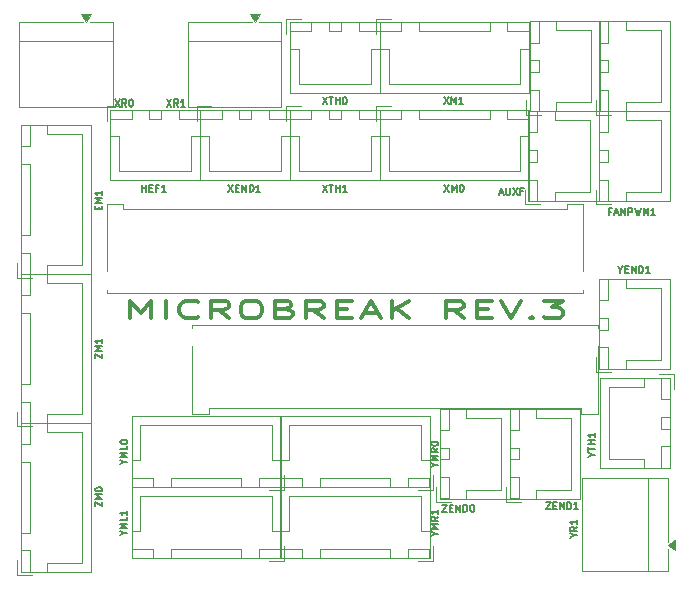
<source format=gbr>
%TF.GenerationSoftware,KiCad,Pcbnew,9.0.1*%
%TF.CreationDate,2025-08-04T14:01:18+08:00*%
%TF.ProjectId,breakout,62726561-6b6f-4757-942e-6b696361645f,rev?*%
%TF.SameCoordinates,Original*%
%TF.FileFunction,Legend,Top*%
%TF.FilePolarity,Positive*%
%FSLAX46Y46*%
G04 Gerber Fmt 4.6, Leading zero omitted, Abs format (unit mm)*
G04 Created by KiCad (PCBNEW 9.0.1) date 2025-08-04 14:01:18*
%MOMM*%
%LPD*%
G01*
G04 APERTURE LIST*
%ADD10C,0.300000*%
%ADD11C,0.150000*%
%ADD12C,0.120000*%
G04 APERTURE END LIST*
D10*
X152322368Y-103200828D02*
X152322368Y-101700828D01*
X152322368Y-101700828D02*
X153197368Y-102772257D01*
X153197368Y-102772257D02*
X154072368Y-101700828D01*
X154072368Y-101700828D02*
X154072368Y-103200828D01*
X155322368Y-103200828D02*
X155322368Y-101700828D01*
X158072368Y-103057971D02*
X157947368Y-103129400D01*
X157947368Y-103129400D02*
X157572368Y-103200828D01*
X157572368Y-103200828D02*
X157322368Y-103200828D01*
X157322368Y-103200828D02*
X156947368Y-103129400D01*
X156947368Y-103129400D02*
X156697368Y-102986542D01*
X156697368Y-102986542D02*
X156572368Y-102843685D01*
X156572368Y-102843685D02*
X156447368Y-102557971D01*
X156447368Y-102557971D02*
X156447368Y-102343685D01*
X156447368Y-102343685D02*
X156572368Y-102057971D01*
X156572368Y-102057971D02*
X156697368Y-101915114D01*
X156697368Y-101915114D02*
X156947368Y-101772257D01*
X156947368Y-101772257D02*
X157322368Y-101700828D01*
X157322368Y-101700828D02*
X157572368Y-101700828D01*
X157572368Y-101700828D02*
X157947368Y-101772257D01*
X157947368Y-101772257D02*
X158072368Y-101843685D01*
X160697368Y-103200828D02*
X159822368Y-102486542D01*
X159197368Y-103200828D02*
X159197368Y-101700828D01*
X159197368Y-101700828D02*
X160197368Y-101700828D01*
X160197368Y-101700828D02*
X160447368Y-101772257D01*
X160447368Y-101772257D02*
X160572368Y-101843685D01*
X160572368Y-101843685D02*
X160697368Y-101986542D01*
X160697368Y-101986542D02*
X160697368Y-102200828D01*
X160697368Y-102200828D02*
X160572368Y-102343685D01*
X160572368Y-102343685D02*
X160447368Y-102415114D01*
X160447368Y-102415114D02*
X160197368Y-102486542D01*
X160197368Y-102486542D02*
X159197368Y-102486542D01*
X162322368Y-101700828D02*
X162822368Y-101700828D01*
X162822368Y-101700828D02*
X163072368Y-101772257D01*
X163072368Y-101772257D02*
X163322368Y-101915114D01*
X163322368Y-101915114D02*
X163447368Y-102200828D01*
X163447368Y-102200828D02*
X163447368Y-102700828D01*
X163447368Y-102700828D02*
X163322368Y-102986542D01*
X163322368Y-102986542D02*
X163072368Y-103129400D01*
X163072368Y-103129400D02*
X162822368Y-103200828D01*
X162822368Y-103200828D02*
X162322368Y-103200828D01*
X162322368Y-103200828D02*
X162072368Y-103129400D01*
X162072368Y-103129400D02*
X161822368Y-102986542D01*
X161822368Y-102986542D02*
X161697368Y-102700828D01*
X161697368Y-102700828D02*
X161697368Y-102200828D01*
X161697368Y-102200828D02*
X161822368Y-101915114D01*
X161822368Y-101915114D02*
X162072368Y-101772257D01*
X162072368Y-101772257D02*
X162322368Y-101700828D01*
X165447368Y-102415114D02*
X165822368Y-102486542D01*
X165822368Y-102486542D02*
X165947368Y-102557971D01*
X165947368Y-102557971D02*
X166072368Y-102700828D01*
X166072368Y-102700828D02*
X166072368Y-102915114D01*
X166072368Y-102915114D02*
X165947368Y-103057971D01*
X165947368Y-103057971D02*
X165822368Y-103129400D01*
X165822368Y-103129400D02*
X165572368Y-103200828D01*
X165572368Y-103200828D02*
X164572368Y-103200828D01*
X164572368Y-103200828D02*
X164572368Y-101700828D01*
X164572368Y-101700828D02*
X165447368Y-101700828D01*
X165447368Y-101700828D02*
X165697368Y-101772257D01*
X165697368Y-101772257D02*
X165822368Y-101843685D01*
X165822368Y-101843685D02*
X165947368Y-101986542D01*
X165947368Y-101986542D02*
X165947368Y-102129400D01*
X165947368Y-102129400D02*
X165822368Y-102272257D01*
X165822368Y-102272257D02*
X165697368Y-102343685D01*
X165697368Y-102343685D02*
X165447368Y-102415114D01*
X165447368Y-102415114D02*
X164572368Y-102415114D01*
X168697368Y-103200828D02*
X167822368Y-102486542D01*
X167197368Y-103200828D02*
X167197368Y-101700828D01*
X167197368Y-101700828D02*
X168197368Y-101700828D01*
X168197368Y-101700828D02*
X168447368Y-101772257D01*
X168447368Y-101772257D02*
X168572368Y-101843685D01*
X168572368Y-101843685D02*
X168697368Y-101986542D01*
X168697368Y-101986542D02*
X168697368Y-102200828D01*
X168697368Y-102200828D02*
X168572368Y-102343685D01*
X168572368Y-102343685D02*
X168447368Y-102415114D01*
X168447368Y-102415114D02*
X168197368Y-102486542D01*
X168197368Y-102486542D02*
X167197368Y-102486542D01*
X169822368Y-102415114D02*
X170697368Y-102415114D01*
X171072368Y-103200828D02*
X169822368Y-103200828D01*
X169822368Y-103200828D02*
X169822368Y-101700828D01*
X169822368Y-101700828D02*
X171072368Y-101700828D01*
X172072368Y-102772257D02*
X173322368Y-102772257D01*
X171822368Y-103200828D02*
X172697368Y-101700828D01*
X172697368Y-101700828D02*
X173572368Y-103200828D01*
X174447368Y-103200828D02*
X174447368Y-101700828D01*
X175947368Y-103200828D02*
X174822368Y-102343685D01*
X175947368Y-101700828D02*
X174447368Y-102557971D01*
X180572368Y-103200828D02*
X179697368Y-102486542D01*
X179072368Y-103200828D02*
X179072368Y-101700828D01*
X179072368Y-101700828D02*
X180072368Y-101700828D01*
X180072368Y-101700828D02*
X180322368Y-101772257D01*
X180322368Y-101772257D02*
X180447368Y-101843685D01*
X180447368Y-101843685D02*
X180572368Y-101986542D01*
X180572368Y-101986542D02*
X180572368Y-102200828D01*
X180572368Y-102200828D02*
X180447368Y-102343685D01*
X180447368Y-102343685D02*
X180322368Y-102415114D01*
X180322368Y-102415114D02*
X180072368Y-102486542D01*
X180072368Y-102486542D02*
X179072368Y-102486542D01*
X181697368Y-102415114D02*
X182572368Y-102415114D01*
X182947368Y-103200828D02*
X181697368Y-103200828D01*
X181697368Y-103200828D02*
X181697368Y-101700828D01*
X181697368Y-101700828D02*
X182947368Y-101700828D01*
X183697368Y-101700828D02*
X184572368Y-103200828D01*
X184572368Y-103200828D02*
X185447368Y-101700828D01*
X186322368Y-103057971D02*
X186447368Y-103129400D01*
X186447368Y-103129400D02*
X186322368Y-103200828D01*
X186322368Y-103200828D02*
X186197368Y-103129400D01*
X186197368Y-103129400D02*
X186322368Y-103057971D01*
X186322368Y-103057971D02*
X186322368Y-103200828D01*
X187322368Y-101700828D02*
X188947368Y-101700828D01*
X188947368Y-101700828D02*
X188072368Y-102272257D01*
X188072368Y-102272257D02*
X188447368Y-102272257D01*
X188447368Y-102272257D02*
X188697368Y-102343685D01*
X188697368Y-102343685D02*
X188822368Y-102415114D01*
X188822368Y-102415114D02*
X188947368Y-102557971D01*
X188947368Y-102557971D02*
X188947368Y-102915114D01*
X188947368Y-102915114D02*
X188822368Y-103057971D01*
X188822368Y-103057971D02*
X188697368Y-103129400D01*
X188697368Y-103129400D02*
X188447368Y-103200828D01*
X188447368Y-103200828D02*
X187697368Y-103200828D01*
X187697368Y-103200828D02*
X187447368Y-103129400D01*
X187447368Y-103129400D02*
X187322368Y-103057971D01*
D11*
X151014285Y-84669771D02*
X151414285Y-85269771D01*
X151414285Y-84669771D02*
X151014285Y-85269771D01*
X151985714Y-85269771D02*
X151785714Y-84984057D01*
X151642857Y-85269771D02*
X151642857Y-84669771D01*
X151642857Y-84669771D02*
X151871428Y-84669771D01*
X151871428Y-84669771D02*
X151928571Y-84698342D01*
X151928571Y-84698342D02*
X151957142Y-84726914D01*
X151957142Y-84726914D02*
X151985714Y-84784057D01*
X151985714Y-84784057D02*
X151985714Y-84869771D01*
X151985714Y-84869771D02*
X151957142Y-84926914D01*
X151957142Y-84926914D02*
X151928571Y-84955485D01*
X151928571Y-84955485D02*
X151871428Y-84984057D01*
X151871428Y-84984057D02*
X151642857Y-84984057D01*
X152357142Y-84669771D02*
X152414285Y-84669771D01*
X152414285Y-84669771D02*
X152471428Y-84698342D01*
X152471428Y-84698342D02*
X152500000Y-84726914D01*
X152500000Y-84726914D02*
X152528571Y-84784057D01*
X152528571Y-84784057D02*
X152557142Y-84898342D01*
X152557142Y-84898342D02*
X152557142Y-85041200D01*
X152557142Y-85041200D02*
X152528571Y-85155485D01*
X152528571Y-85155485D02*
X152500000Y-85212628D01*
X152500000Y-85212628D02*
X152471428Y-85241200D01*
X152471428Y-85241200D02*
X152414285Y-85269771D01*
X152414285Y-85269771D02*
X152357142Y-85269771D01*
X152357142Y-85269771D02*
X152300000Y-85241200D01*
X152300000Y-85241200D02*
X152271428Y-85212628D01*
X152271428Y-85212628D02*
X152242857Y-85155485D01*
X152242857Y-85155485D02*
X152214285Y-85041200D01*
X152214285Y-85041200D02*
X152214285Y-84898342D01*
X152214285Y-84898342D02*
X152242857Y-84784057D01*
X152242857Y-84784057D02*
X152271428Y-84726914D01*
X152271428Y-84726914D02*
X152300000Y-84698342D01*
X152300000Y-84698342D02*
X152357142Y-84669771D01*
X178084057Y-115628571D02*
X178369771Y-115628571D01*
X177769771Y-115828571D02*
X178084057Y-115628571D01*
X178084057Y-115628571D02*
X177769771Y-115428571D01*
X178369771Y-115228570D02*
X177769771Y-115228570D01*
X177769771Y-115228570D02*
X178198342Y-115028570D01*
X178198342Y-115028570D02*
X177769771Y-114828570D01*
X177769771Y-114828570D02*
X178369771Y-114828570D01*
X178369771Y-114199999D02*
X178084057Y-114399999D01*
X178369771Y-114542856D02*
X177769771Y-114542856D01*
X177769771Y-114542856D02*
X177769771Y-114314285D01*
X177769771Y-114314285D02*
X177798342Y-114257142D01*
X177798342Y-114257142D02*
X177826914Y-114228571D01*
X177826914Y-114228571D02*
X177884057Y-114199999D01*
X177884057Y-114199999D02*
X177969771Y-114199999D01*
X177969771Y-114199999D02*
X178026914Y-114228571D01*
X178026914Y-114228571D02*
X178055485Y-114257142D01*
X178055485Y-114257142D02*
X178084057Y-114314285D01*
X178084057Y-114314285D02*
X178084057Y-114542856D01*
X177769771Y-113828571D02*
X177769771Y-113771428D01*
X177769771Y-113771428D02*
X177798342Y-113714285D01*
X177798342Y-113714285D02*
X177826914Y-113685714D01*
X177826914Y-113685714D02*
X177884057Y-113657142D01*
X177884057Y-113657142D02*
X177998342Y-113628571D01*
X177998342Y-113628571D02*
X178141200Y-113628571D01*
X178141200Y-113628571D02*
X178255485Y-113657142D01*
X178255485Y-113657142D02*
X178312628Y-113685714D01*
X178312628Y-113685714D02*
X178341200Y-113714285D01*
X178341200Y-113714285D02*
X178369771Y-113771428D01*
X178369771Y-113771428D02*
X178369771Y-113828571D01*
X178369771Y-113828571D02*
X178341200Y-113885714D01*
X178341200Y-113885714D02*
X178312628Y-113914285D01*
X178312628Y-113914285D02*
X178255485Y-113942856D01*
X178255485Y-113942856D02*
X178141200Y-113971428D01*
X178141200Y-113971428D02*
X177998342Y-113971428D01*
X177998342Y-113971428D02*
X177884057Y-113942856D01*
X177884057Y-113942856D02*
X177826914Y-113914285D01*
X177826914Y-113914285D02*
X177798342Y-113885714D01*
X177798342Y-113885714D02*
X177769771Y-113828571D01*
X151784057Y-121371428D02*
X152069771Y-121371428D01*
X151469771Y-121571428D02*
X151784057Y-121371428D01*
X151784057Y-121371428D02*
X151469771Y-121171428D01*
X152069771Y-120971427D02*
X151469771Y-120971427D01*
X151469771Y-120971427D02*
X151898342Y-120771427D01*
X151898342Y-120771427D02*
X151469771Y-120571427D01*
X151469771Y-120571427D02*
X152069771Y-120571427D01*
X152069771Y-119999999D02*
X152069771Y-120285713D01*
X152069771Y-120285713D02*
X151469771Y-120285713D01*
X152069771Y-119485714D02*
X152069771Y-119828571D01*
X152069771Y-119657142D02*
X151469771Y-119657142D01*
X151469771Y-119657142D02*
X151555485Y-119714285D01*
X151555485Y-119714285D02*
X151612628Y-119771428D01*
X151612628Y-119771428D02*
X151641200Y-119828571D01*
X193042857Y-94155485D02*
X192842857Y-94155485D01*
X192842857Y-94469771D02*
X192842857Y-93869771D01*
X192842857Y-93869771D02*
X193128571Y-93869771D01*
X193328571Y-94298342D02*
X193614286Y-94298342D01*
X193271428Y-94469771D02*
X193471428Y-93869771D01*
X193471428Y-93869771D02*
X193671428Y-94469771D01*
X193871429Y-94469771D02*
X193871429Y-93869771D01*
X193871429Y-93869771D02*
X194214286Y-94469771D01*
X194214286Y-94469771D02*
X194214286Y-93869771D01*
X194500000Y-94469771D02*
X194500000Y-93869771D01*
X194500000Y-93869771D02*
X194728571Y-93869771D01*
X194728571Y-93869771D02*
X194785714Y-93898342D01*
X194785714Y-93898342D02*
X194814285Y-93926914D01*
X194814285Y-93926914D02*
X194842857Y-93984057D01*
X194842857Y-93984057D02*
X194842857Y-94069771D01*
X194842857Y-94069771D02*
X194814285Y-94126914D01*
X194814285Y-94126914D02*
X194785714Y-94155485D01*
X194785714Y-94155485D02*
X194728571Y-94184057D01*
X194728571Y-94184057D02*
X194500000Y-94184057D01*
X195042857Y-93869771D02*
X195185714Y-94469771D01*
X195185714Y-94469771D02*
X195300000Y-94041200D01*
X195300000Y-94041200D02*
X195414285Y-94469771D01*
X195414285Y-94469771D02*
X195557143Y-93869771D01*
X195785714Y-94469771D02*
X195785714Y-93869771D01*
X195785714Y-93869771D02*
X195985714Y-94298342D01*
X195985714Y-94298342D02*
X196185714Y-93869771D01*
X196185714Y-93869771D02*
X196185714Y-94469771D01*
X196785713Y-94469771D02*
X196442856Y-94469771D01*
X196614285Y-94469771D02*
X196614285Y-93869771D01*
X196614285Y-93869771D02*
X196557142Y-93955485D01*
X196557142Y-93955485D02*
X196499999Y-94012628D01*
X196499999Y-94012628D02*
X196442856Y-94041200D01*
X160628571Y-91869771D02*
X161028571Y-92469771D01*
X161028571Y-91869771D02*
X160628571Y-92469771D01*
X161257143Y-92155485D02*
X161457143Y-92155485D01*
X161542857Y-92469771D02*
X161257143Y-92469771D01*
X161257143Y-92469771D02*
X161257143Y-91869771D01*
X161257143Y-91869771D02*
X161542857Y-91869771D01*
X161800000Y-92469771D02*
X161800000Y-91869771D01*
X161800000Y-91869771D02*
X162142857Y-92469771D01*
X162142857Y-92469771D02*
X162142857Y-91869771D01*
X162428571Y-92469771D02*
X162428571Y-91869771D01*
X162428571Y-91869771D02*
X162571428Y-91869771D01*
X162571428Y-91869771D02*
X162657142Y-91898342D01*
X162657142Y-91898342D02*
X162714285Y-91955485D01*
X162714285Y-91955485D02*
X162742856Y-92012628D01*
X162742856Y-92012628D02*
X162771428Y-92126914D01*
X162771428Y-92126914D02*
X162771428Y-92212628D01*
X162771428Y-92212628D02*
X162742856Y-92326914D01*
X162742856Y-92326914D02*
X162714285Y-92384057D01*
X162714285Y-92384057D02*
X162657142Y-92441200D01*
X162657142Y-92441200D02*
X162571428Y-92469771D01*
X162571428Y-92469771D02*
X162428571Y-92469771D01*
X163342856Y-92469771D02*
X162999999Y-92469771D01*
X163171428Y-92469771D02*
X163171428Y-91869771D01*
X163171428Y-91869771D02*
X163114285Y-91955485D01*
X163114285Y-91955485D02*
X163057142Y-92012628D01*
X163057142Y-92012628D02*
X162999999Y-92041200D01*
X149369771Y-106578571D02*
X149369771Y-106178571D01*
X149369771Y-106178571D02*
X149969771Y-106578571D01*
X149969771Y-106578571D02*
X149969771Y-106178571D01*
X149969771Y-105949999D02*
X149369771Y-105949999D01*
X149369771Y-105949999D02*
X149798342Y-105749999D01*
X149798342Y-105749999D02*
X149369771Y-105549999D01*
X149369771Y-105549999D02*
X149969771Y-105549999D01*
X149969771Y-104950000D02*
X149969771Y-105292857D01*
X149969771Y-105121428D02*
X149369771Y-105121428D01*
X149369771Y-105121428D02*
X149455485Y-105178571D01*
X149455485Y-105178571D02*
X149512628Y-105235714D01*
X149512628Y-105235714D02*
X149541200Y-105292857D01*
X155414285Y-84669771D02*
X155814285Y-85269771D01*
X155814285Y-84669771D02*
X155414285Y-85269771D01*
X156385714Y-85269771D02*
X156185714Y-84984057D01*
X156042857Y-85269771D02*
X156042857Y-84669771D01*
X156042857Y-84669771D02*
X156271428Y-84669771D01*
X156271428Y-84669771D02*
X156328571Y-84698342D01*
X156328571Y-84698342D02*
X156357142Y-84726914D01*
X156357142Y-84726914D02*
X156385714Y-84784057D01*
X156385714Y-84784057D02*
X156385714Y-84869771D01*
X156385714Y-84869771D02*
X156357142Y-84926914D01*
X156357142Y-84926914D02*
X156328571Y-84955485D01*
X156328571Y-84955485D02*
X156271428Y-84984057D01*
X156271428Y-84984057D02*
X156042857Y-84984057D01*
X156957142Y-85269771D02*
X156614285Y-85269771D01*
X156785714Y-85269771D02*
X156785714Y-84669771D01*
X156785714Y-84669771D02*
X156728571Y-84755485D01*
X156728571Y-84755485D02*
X156671428Y-84812628D01*
X156671428Y-84812628D02*
X156614285Y-84841200D01*
X178084057Y-121428571D02*
X178369771Y-121428571D01*
X177769771Y-121628571D02*
X178084057Y-121428571D01*
X178084057Y-121428571D02*
X177769771Y-121228571D01*
X178369771Y-121028570D02*
X177769771Y-121028570D01*
X177769771Y-121028570D02*
X178198342Y-120828570D01*
X178198342Y-120828570D02*
X177769771Y-120628570D01*
X177769771Y-120628570D02*
X178369771Y-120628570D01*
X178369771Y-119999999D02*
X178084057Y-120199999D01*
X178369771Y-120342856D02*
X177769771Y-120342856D01*
X177769771Y-120342856D02*
X177769771Y-120114285D01*
X177769771Y-120114285D02*
X177798342Y-120057142D01*
X177798342Y-120057142D02*
X177826914Y-120028571D01*
X177826914Y-120028571D02*
X177884057Y-119999999D01*
X177884057Y-119999999D02*
X177969771Y-119999999D01*
X177969771Y-119999999D02*
X178026914Y-120028571D01*
X178026914Y-120028571D02*
X178055485Y-120057142D01*
X178055485Y-120057142D02*
X178084057Y-120114285D01*
X178084057Y-120114285D02*
X178084057Y-120342856D01*
X178369771Y-119428571D02*
X178369771Y-119771428D01*
X178369771Y-119599999D02*
X177769771Y-119599999D01*
X177769771Y-119599999D02*
X177855485Y-119657142D01*
X177855485Y-119657142D02*
X177912628Y-119714285D01*
X177912628Y-119714285D02*
X177941200Y-119771428D01*
X168621428Y-91869771D02*
X169021428Y-92469771D01*
X169021428Y-91869771D02*
X168621428Y-92469771D01*
X169164285Y-91869771D02*
X169507143Y-91869771D01*
X169335714Y-92469771D02*
X169335714Y-91869771D01*
X169707143Y-92469771D02*
X169707143Y-91869771D01*
X169707143Y-92155485D02*
X170050000Y-92155485D01*
X170050000Y-92469771D02*
X170050000Y-91869771D01*
X170649999Y-92469771D02*
X170307142Y-92469771D01*
X170478571Y-92469771D02*
X170478571Y-91869771D01*
X170478571Y-91869771D02*
X170421428Y-91955485D01*
X170421428Y-91955485D02*
X170364285Y-92012628D01*
X170364285Y-92012628D02*
X170307142Y-92041200D01*
X153314286Y-92469771D02*
X153314286Y-91869771D01*
X153314286Y-92155485D02*
X153657143Y-92155485D01*
X153657143Y-92469771D02*
X153657143Y-91869771D01*
X153942857Y-92155485D02*
X154142857Y-92155485D01*
X154228571Y-92469771D02*
X153942857Y-92469771D01*
X153942857Y-92469771D02*
X153942857Y-91869771D01*
X153942857Y-91869771D02*
X154228571Y-91869771D01*
X154685714Y-92155485D02*
X154485714Y-92155485D01*
X154485714Y-92469771D02*
X154485714Y-91869771D01*
X154485714Y-91869771D02*
X154771428Y-91869771D01*
X155314285Y-92469771D02*
X154971428Y-92469771D01*
X155142857Y-92469771D02*
X155142857Y-91869771D01*
X155142857Y-91869771D02*
X155085714Y-91955485D01*
X155085714Y-91955485D02*
X155028571Y-92012628D01*
X155028571Y-92012628D02*
X154971428Y-92041200D01*
X149369771Y-119128571D02*
X149369771Y-118728571D01*
X149369771Y-118728571D02*
X149969771Y-119128571D01*
X149969771Y-119128571D02*
X149969771Y-118728571D01*
X149969771Y-118499999D02*
X149369771Y-118499999D01*
X149369771Y-118499999D02*
X149798342Y-118299999D01*
X149798342Y-118299999D02*
X149369771Y-118099999D01*
X149369771Y-118099999D02*
X149969771Y-118099999D01*
X149369771Y-117700000D02*
X149369771Y-117642857D01*
X149369771Y-117642857D02*
X149398342Y-117585714D01*
X149398342Y-117585714D02*
X149426914Y-117557143D01*
X149426914Y-117557143D02*
X149484057Y-117528571D01*
X149484057Y-117528571D02*
X149598342Y-117500000D01*
X149598342Y-117500000D02*
X149741200Y-117500000D01*
X149741200Y-117500000D02*
X149855485Y-117528571D01*
X149855485Y-117528571D02*
X149912628Y-117557143D01*
X149912628Y-117557143D02*
X149941200Y-117585714D01*
X149941200Y-117585714D02*
X149969771Y-117642857D01*
X149969771Y-117642857D02*
X149969771Y-117700000D01*
X149969771Y-117700000D02*
X149941200Y-117757143D01*
X149941200Y-117757143D02*
X149912628Y-117785714D01*
X149912628Y-117785714D02*
X149855485Y-117814285D01*
X149855485Y-117814285D02*
X149741200Y-117842857D01*
X149741200Y-117842857D02*
X149598342Y-117842857D01*
X149598342Y-117842857D02*
X149484057Y-117814285D01*
X149484057Y-117814285D02*
X149426914Y-117785714D01*
X149426914Y-117785714D02*
X149398342Y-117757143D01*
X149398342Y-117757143D02*
X149369771Y-117700000D01*
X149655485Y-93957142D02*
X149655485Y-93757142D01*
X149969771Y-93671428D02*
X149969771Y-93957142D01*
X149969771Y-93957142D02*
X149369771Y-93957142D01*
X149369771Y-93957142D02*
X149369771Y-93671428D01*
X149969771Y-93414285D02*
X149369771Y-93414285D01*
X149369771Y-93414285D02*
X149798342Y-93214285D01*
X149798342Y-93214285D02*
X149369771Y-93014285D01*
X149369771Y-93014285D02*
X149969771Y-93014285D01*
X149969771Y-92414286D02*
X149969771Y-92757143D01*
X149969771Y-92585714D02*
X149369771Y-92585714D01*
X149369771Y-92585714D02*
X149455485Y-92642857D01*
X149455485Y-92642857D02*
X149512628Y-92700000D01*
X149512628Y-92700000D02*
X149541200Y-92757143D01*
X189884057Y-121585714D02*
X190169771Y-121585714D01*
X189569771Y-121785714D02*
X189884057Y-121585714D01*
X189884057Y-121585714D02*
X189569771Y-121385714D01*
X190169771Y-120842856D02*
X189884057Y-121042856D01*
X190169771Y-121185713D02*
X189569771Y-121185713D01*
X189569771Y-121185713D02*
X189569771Y-120957142D01*
X189569771Y-120957142D02*
X189598342Y-120899999D01*
X189598342Y-120899999D02*
X189626914Y-120871428D01*
X189626914Y-120871428D02*
X189684057Y-120842856D01*
X189684057Y-120842856D02*
X189769771Y-120842856D01*
X189769771Y-120842856D02*
X189826914Y-120871428D01*
X189826914Y-120871428D02*
X189855485Y-120899999D01*
X189855485Y-120899999D02*
X189884057Y-120957142D01*
X189884057Y-120957142D02*
X189884057Y-121185713D01*
X190169771Y-120271428D02*
X190169771Y-120614285D01*
X190169771Y-120442856D02*
X189569771Y-120442856D01*
X189569771Y-120442856D02*
X189655485Y-120499999D01*
X189655485Y-120499999D02*
X189712628Y-120557142D01*
X189712628Y-120557142D02*
X189741200Y-120614285D01*
X191384057Y-114728571D02*
X191669771Y-114728571D01*
X191069771Y-114928571D02*
X191384057Y-114728571D01*
X191384057Y-114728571D02*
X191069771Y-114528571D01*
X191069771Y-114414285D02*
X191069771Y-114071428D01*
X191669771Y-114242856D02*
X191069771Y-114242856D01*
X191669771Y-113871427D02*
X191069771Y-113871427D01*
X191355485Y-113871427D02*
X191355485Y-113528570D01*
X191669771Y-113528570D02*
X191069771Y-113528570D01*
X191669771Y-112928571D02*
X191669771Y-113271428D01*
X191669771Y-113099999D02*
X191069771Y-113099999D01*
X191069771Y-113099999D02*
X191155485Y-113157142D01*
X191155485Y-113157142D02*
X191212628Y-113214285D01*
X191212628Y-113214285D02*
X191241200Y-113271428D01*
X187528571Y-118769771D02*
X187928571Y-118769771D01*
X187928571Y-118769771D02*
X187528571Y-119369771D01*
X187528571Y-119369771D02*
X187928571Y-119369771D01*
X188157143Y-119055485D02*
X188357143Y-119055485D01*
X188442857Y-119369771D02*
X188157143Y-119369771D01*
X188157143Y-119369771D02*
X188157143Y-118769771D01*
X188157143Y-118769771D02*
X188442857Y-118769771D01*
X188700000Y-119369771D02*
X188700000Y-118769771D01*
X188700000Y-118769771D02*
X189042857Y-119369771D01*
X189042857Y-119369771D02*
X189042857Y-118769771D01*
X189328571Y-119369771D02*
X189328571Y-118769771D01*
X189328571Y-118769771D02*
X189471428Y-118769771D01*
X189471428Y-118769771D02*
X189557142Y-118798342D01*
X189557142Y-118798342D02*
X189614285Y-118855485D01*
X189614285Y-118855485D02*
X189642856Y-118912628D01*
X189642856Y-118912628D02*
X189671428Y-119026914D01*
X189671428Y-119026914D02*
X189671428Y-119112628D01*
X189671428Y-119112628D02*
X189642856Y-119226914D01*
X189642856Y-119226914D02*
X189614285Y-119284057D01*
X189614285Y-119284057D02*
X189557142Y-119341200D01*
X189557142Y-119341200D02*
X189471428Y-119369771D01*
X189471428Y-119369771D02*
X189328571Y-119369771D01*
X190242856Y-119369771D02*
X189899999Y-119369771D01*
X190071428Y-119369771D02*
X190071428Y-118769771D01*
X190071428Y-118769771D02*
X190014285Y-118855485D01*
X190014285Y-118855485D02*
X189957142Y-118912628D01*
X189957142Y-118912628D02*
X189899999Y-118941200D01*
X183599999Y-92598342D02*
X183885714Y-92598342D01*
X183542856Y-92769771D02*
X183742856Y-92169771D01*
X183742856Y-92169771D02*
X183942856Y-92769771D01*
X184142857Y-92169771D02*
X184142857Y-92655485D01*
X184142857Y-92655485D02*
X184171428Y-92712628D01*
X184171428Y-92712628D02*
X184200000Y-92741200D01*
X184200000Y-92741200D02*
X184257142Y-92769771D01*
X184257142Y-92769771D02*
X184371428Y-92769771D01*
X184371428Y-92769771D02*
X184428571Y-92741200D01*
X184428571Y-92741200D02*
X184457142Y-92712628D01*
X184457142Y-92712628D02*
X184485714Y-92655485D01*
X184485714Y-92655485D02*
X184485714Y-92169771D01*
X184714285Y-92169771D02*
X185114285Y-92769771D01*
X185114285Y-92169771D02*
X184714285Y-92769771D01*
X185542857Y-92455485D02*
X185342857Y-92455485D01*
X185342857Y-92769771D02*
X185342857Y-92169771D01*
X185342857Y-92169771D02*
X185628571Y-92169771D01*
X168621428Y-84469771D02*
X169021428Y-85069771D01*
X169021428Y-84469771D02*
X168621428Y-85069771D01*
X169164285Y-84469771D02*
X169507143Y-84469771D01*
X169335714Y-85069771D02*
X169335714Y-84469771D01*
X169707143Y-85069771D02*
X169707143Y-84469771D01*
X169707143Y-84755485D02*
X170050000Y-84755485D01*
X170050000Y-85069771D02*
X170050000Y-84469771D01*
X170449999Y-84469771D02*
X170507142Y-84469771D01*
X170507142Y-84469771D02*
X170564285Y-84498342D01*
X170564285Y-84498342D02*
X170592857Y-84526914D01*
X170592857Y-84526914D02*
X170621428Y-84584057D01*
X170621428Y-84584057D02*
X170649999Y-84698342D01*
X170649999Y-84698342D02*
X170649999Y-84841200D01*
X170649999Y-84841200D02*
X170621428Y-84955485D01*
X170621428Y-84955485D02*
X170592857Y-85012628D01*
X170592857Y-85012628D02*
X170564285Y-85041200D01*
X170564285Y-85041200D02*
X170507142Y-85069771D01*
X170507142Y-85069771D02*
X170449999Y-85069771D01*
X170449999Y-85069771D02*
X170392857Y-85041200D01*
X170392857Y-85041200D02*
X170364285Y-85012628D01*
X170364285Y-85012628D02*
X170335714Y-84955485D01*
X170335714Y-84955485D02*
X170307142Y-84841200D01*
X170307142Y-84841200D02*
X170307142Y-84698342D01*
X170307142Y-84698342D02*
X170335714Y-84584057D01*
X170335714Y-84584057D02*
X170364285Y-84526914D01*
X170364285Y-84526914D02*
X170392857Y-84498342D01*
X170392857Y-84498342D02*
X170449999Y-84469771D01*
X178728571Y-118969771D02*
X179128571Y-118969771D01*
X179128571Y-118969771D02*
X178728571Y-119569771D01*
X178728571Y-119569771D02*
X179128571Y-119569771D01*
X179357143Y-119255485D02*
X179557143Y-119255485D01*
X179642857Y-119569771D02*
X179357143Y-119569771D01*
X179357143Y-119569771D02*
X179357143Y-118969771D01*
X179357143Y-118969771D02*
X179642857Y-118969771D01*
X179900000Y-119569771D02*
X179900000Y-118969771D01*
X179900000Y-118969771D02*
X180242857Y-119569771D01*
X180242857Y-119569771D02*
X180242857Y-118969771D01*
X180528571Y-119569771D02*
X180528571Y-118969771D01*
X180528571Y-118969771D02*
X180671428Y-118969771D01*
X180671428Y-118969771D02*
X180757142Y-118998342D01*
X180757142Y-118998342D02*
X180814285Y-119055485D01*
X180814285Y-119055485D02*
X180842856Y-119112628D01*
X180842856Y-119112628D02*
X180871428Y-119226914D01*
X180871428Y-119226914D02*
X180871428Y-119312628D01*
X180871428Y-119312628D02*
X180842856Y-119426914D01*
X180842856Y-119426914D02*
X180814285Y-119484057D01*
X180814285Y-119484057D02*
X180757142Y-119541200D01*
X180757142Y-119541200D02*
X180671428Y-119569771D01*
X180671428Y-119569771D02*
X180528571Y-119569771D01*
X181242856Y-118969771D02*
X181299999Y-118969771D01*
X181299999Y-118969771D02*
X181357142Y-118998342D01*
X181357142Y-118998342D02*
X181385714Y-119026914D01*
X181385714Y-119026914D02*
X181414285Y-119084057D01*
X181414285Y-119084057D02*
X181442856Y-119198342D01*
X181442856Y-119198342D02*
X181442856Y-119341200D01*
X181442856Y-119341200D02*
X181414285Y-119455485D01*
X181414285Y-119455485D02*
X181385714Y-119512628D01*
X181385714Y-119512628D02*
X181357142Y-119541200D01*
X181357142Y-119541200D02*
X181299999Y-119569771D01*
X181299999Y-119569771D02*
X181242856Y-119569771D01*
X181242856Y-119569771D02*
X181185714Y-119541200D01*
X181185714Y-119541200D02*
X181157142Y-119512628D01*
X181157142Y-119512628D02*
X181128571Y-119455485D01*
X181128571Y-119455485D02*
X181099999Y-119341200D01*
X181099999Y-119341200D02*
X181099999Y-119198342D01*
X181099999Y-119198342D02*
X181128571Y-119084057D01*
X181128571Y-119084057D02*
X181157142Y-119026914D01*
X181157142Y-119026914D02*
X181185714Y-118998342D01*
X181185714Y-118998342D02*
X181242856Y-118969771D01*
X178871428Y-84469771D02*
X179271428Y-85069771D01*
X179271428Y-84469771D02*
X178871428Y-85069771D01*
X179500000Y-85069771D02*
X179500000Y-84469771D01*
X179500000Y-84469771D02*
X179700000Y-84898342D01*
X179700000Y-84898342D02*
X179900000Y-84469771D01*
X179900000Y-84469771D02*
X179900000Y-85069771D01*
X180499999Y-85069771D02*
X180157142Y-85069771D01*
X180328571Y-85069771D02*
X180328571Y-84469771D01*
X180328571Y-84469771D02*
X180271428Y-84555485D01*
X180271428Y-84555485D02*
X180214285Y-84612628D01*
X180214285Y-84612628D02*
X180157142Y-84641200D01*
X151784057Y-115371428D02*
X152069771Y-115371428D01*
X151469771Y-115571428D02*
X151784057Y-115371428D01*
X151784057Y-115371428D02*
X151469771Y-115171428D01*
X152069771Y-114971427D02*
X151469771Y-114971427D01*
X151469771Y-114971427D02*
X151898342Y-114771427D01*
X151898342Y-114771427D02*
X151469771Y-114571427D01*
X151469771Y-114571427D02*
X152069771Y-114571427D01*
X152069771Y-113999999D02*
X152069771Y-114285713D01*
X152069771Y-114285713D02*
X151469771Y-114285713D01*
X151469771Y-113685714D02*
X151469771Y-113628571D01*
X151469771Y-113628571D02*
X151498342Y-113571428D01*
X151498342Y-113571428D02*
X151526914Y-113542857D01*
X151526914Y-113542857D02*
X151584057Y-113514285D01*
X151584057Y-113514285D02*
X151698342Y-113485714D01*
X151698342Y-113485714D02*
X151841200Y-113485714D01*
X151841200Y-113485714D02*
X151955485Y-113514285D01*
X151955485Y-113514285D02*
X152012628Y-113542857D01*
X152012628Y-113542857D02*
X152041200Y-113571428D01*
X152041200Y-113571428D02*
X152069771Y-113628571D01*
X152069771Y-113628571D02*
X152069771Y-113685714D01*
X152069771Y-113685714D02*
X152041200Y-113742857D01*
X152041200Y-113742857D02*
X152012628Y-113771428D01*
X152012628Y-113771428D02*
X151955485Y-113799999D01*
X151955485Y-113799999D02*
X151841200Y-113828571D01*
X151841200Y-113828571D02*
X151698342Y-113828571D01*
X151698342Y-113828571D02*
X151584057Y-113799999D01*
X151584057Y-113799999D02*
X151526914Y-113771428D01*
X151526914Y-113771428D02*
X151498342Y-113742857D01*
X151498342Y-113742857D02*
X151469771Y-113685714D01*
X193828571Y-99084057D02*
X193828571Y-99369771D01*
X193628571Y-98769771D02*
X193828571Y-99084057D01*
X193828571Y-99084057D02*
X194028571Y-98769771D01*
X194228572Y-99055485D02*
X194428572Y-99055485D01*
X194514286Y-99369771D02*
X194228572Y-99369771D01*
X194228572Y-99369771D02*
X194228572Y-98769771D01*
X194228572Y-98769771D02*
X194514286Y-98769771D01*
X194771429Y-99369771D02*
X194771429Y-98769771D01*
X194771429Y-98769771D02*
X195114286Y-99369771D01*
X195114286Y-99369771D02*
X195114286Y-98769771D01*
X195400000Y-99369771D02*
X195400000Y-98769771D01*
X195400000Y-98769771D02*
X195542857Y-98769771D01*
X195542857Y-98769771D02*
X195628571Y-98798342D01*
X195628571Y-98798342D02*
X195685714Y-98855485D01*
X195685714Y-98855485D02*
X195714285Y-98912628D01*
X195714285Y-98912628D02*
X195742857Y-99026914D01*
X195742857Y-99026914D02*
X195742857Y-99112628D01*
X195742857Y-99112628D02*
X195714285Y-99226914D01*
X195714285Y-99226914D02*
X195685714Y-99284057D01*
X195685714Y-99284057D02*
X195628571Y-99341200D01*
X195628571Y-99341200D02*
X195542857Y-99369771D01*
X195542857Y-99369771D02*
X195400000Y-99369771D01*
X196314285Y-99369771D02*
X195971428Y-99369771D01*
X196142857Y-99369771D02*
X196142857Y-98769771D01*
X196142857Y-98769771D02*
X196085714Y-98855485D01*
X196085714Y-98855485D02*
X196028571Y-98912628D01*
X196028571Y-98912628D02*
X195971428Y-98941200D01*
X178921428Y-91869771D02*
X179321428Y-92469771D01*
X179321428Y-91869771D02*
X178921428Y-92469771D01*
X179550000Y-92469771D02*
X179550000Y-91869771D01*
X179550000Y-91869771D02*
X179750000Y-92298342D01*
X179750000Y-92298342D02*
X179950000Y-91869771D01*
X179950000Y-91869771D02*
X179950000Y-92469771D01*
X180349999Y-91869771D02*
X180407142Y-91869771D01*
X180407142Y-91869771D02*
X180464285Y-91898342D01*
X180464285Y-91898342D02*
X180492857Y-91926914D01*
X180492857Y-91926914D02*
X180521428Y-91984057D01*
X180521428Y-91984057D02*
X180549999Y-92098342D01*
X180549999Y-92098342D02*
X180549999Y-92241200D01*
X180549999Y-92241200D02*
X180521428Y-92355485D01*
X180521428Y-92355485D02*
X180492857Y-92412628D01*
X180492857Y-92412628D02*
X180464285Y-92441200D01*
X180464285Y-92441200D02*
X180407142Y-92469771D01*
X180407142Y-92469771D02*
X180349999Y-92469771D01*
X180349999Y-92469771D02*
X180292857Y-92441200D01*
X180292857Y-92441200D02*
X180264285Y-92412628D01*
X180264285Y-92412628D02*
X180235714Y-92355485D01*
X180235714Y-92355485D02*
X180207142Y-92241200D01*
X180207142Y-92241200D02*
X180207142Y-92098342D01*
X180207142Y-92098342D02*
X180235714Y-91984057D01*
X180235714Y-91984057D02*
X180264285Y-91926914D01*
X180264285Y-91926914D02*
X180292857Y-91898342D01*
X180292857Y-91898342D02*
X180349999Y-91869771D01*
D12*
%TO.C,XR0*%
X142880000Y-85320000D02*
X142880000Y-78080000D01*
X148300000Y-78080000D02*
X142880000Y-78080000D01*
X150820000Y-78080000D02*
X148900000Y-78080000D01*
X150820000Y-79700000D02*
X142880000Y-79700000D01*
X150820000Y-85320000D02*
X142880000Y-85320000D01*
X150820000Y-85320000D02*
X150820000Y-78080000D01*
X148600000Y-78080000D02*
X148160000Y-77470000D01*
X149040000Y-77470000D01*
X148600000Y-78080000D01*
G36*
X148600000Y-78080000D02*
G01*
X148160000Y-77470000D01*
X149040000Y-77470000D01*
X148600000Y-78080000D01*
G37*
%TO.C,YMR0*%
X165040000Y-111490000D02*
X165040000Y-117460000D01*
X165040000Y-117460000D02*
X177660000Y-117460000D01*
X165050000Y-115200000D02*
X165800000Y-115200000D01*
X165050000Y-116700000D02*
X165050000Y-117450000D01*
X165050000Y-117450000D02*
X166850000Y-117450000D01*
X165800000Y-112250000D02*
X171350000Y-112250000D01*
X165800000Y-115200000D02*
X165800000Y-112250000D01*
X166850000Y-116700000D02*
X165050000Y-116700000D01*
X166850000Y-117450000D02*
X166850000Y-116700000D01*
X168350000Y-116700000D02*
X168350000Y-117450000D01*
X168350000Y-117450000D02*
X174350000Y-117450000D01*
X174350000Y-116700000D02*
X168350000Y-116700000D01*
X174350000Y-117450000D02*
X174350000Y-116700000D01*
X175850000Y-116700000D02*
X175850000Y-117450000D01*
X175850000Y-117450000D02*
X177650000Y-117450000D01*
X176700000Y-117750000D02*
X177950000Y-117750000D01*
X176900000Y-112250000D02*
X171350000Y-112250000D01*
X176900000Y-115200000D02*
X176900000Y-112250000D01*
X177650000Y-115200000D02*
X176900000Y-115200000D01*
X177650000Y-116700000D02*
X175850000Y-116700000D01*
X177650000Y-117450000D02*
X177650000Y-116700000D01*
X177660000Y-111490000D02*
X165040000Y-111490000D01*
X177660000Y-117460000D02*
X177660000Y-111490000D01*
X177950000Y-117750000D02*
X177950000Y-116500000D01*
%TO.C,YML1*%
X152428349Y-117490000D02*
X152428349Y-123460000D01*
X152428349Y-123460000D02*
X165048349Y-123460000D01*
X152438349Y-121200000D02*
X153188349Y-121200000D01*
X152438349Y-122700000D02*
X152438349Y-123450000D01*
X152438349Y-123450000D02*
X154238349Y-123450000D01*
X153188349Y-118250000D02*
X158738349Y-118250000D01*
X153188349Y-121200000D02*
X153188349Y-118250000D01*
X154238349Y-122700000D02*
X152438349Y-122700000D01*
X154238349Y-123450000D02*
X154238349Y-122700000D01*
X155738349Y-122700000D02*
X155738349Y-123450000D01*
X155738349Y-123450000D02*
X161738349Y-123450000D01*
X161738349Y-122700000D02*
X155738349Y-122700000D01*
X161738349Y-123450000D02*
X161738349Y-122700000D01*
X163238349Y-122700000D02*
X163238349Y-123450000D01*
X163238349Y-123450000D02*
X165038349Y-123450000D01*
X164088349Y-123750000D02*
X165338349Y-123750000D01*
X164288349Y-118250000D02*
X158738349Y-118250000D01*
X164288349Y-121200000D02*
X164288349Y-118250000D01*
X165038349Y-121200000D02*
X164288349Y-121200000D01*
X165038349Y-122700000D02*
X163238349Y-122700000D01*
X165038349Y-123450000D02*
X165038349Y-122700000D01*
X165048349Y-117490000D02*
X152428349Y-117490000D01*
X165048349Y-123460000D02*
X165048349Y-117490000D01*
X165338349Y-123750000D02*
X165338349Y-122500000D01*
%TO.C,FANPWM1*%
X191750000Y-92300000D02*
X191750000Y-93550000D01*
X191750000Y-93550000D02*
X193000000Y-93550000D01*
X192040000Y-85640000D02*
X192040000Y-93260000D01*
X192040000Y-93260000D02*
X198010000Y-93260000D01*
X192050000Y-85650000D02*
X192050000Y-87450000D01*
X192050000Y-87450000D02*
X192800000Y-87450000D01*
X192050000Y-88950000D02*
X192050000Y-89950000D01*
X192050000Y-89950000D02*
X192800000Y-89950000D01*
X192050000Y-91450000D02*
X192050000Y-93250000D01*
X192050000Y-93250000D02*
X192800000Y-93250000D01*
X192800000Y-85650000D02*
X192050000Y-85650000D01*
X192800000Y-87450000D02*
X192800000Y-85650000D01*
X192800000Y-88950000D02*
X192050000Y-88950000D01*
X192800000Y-89950000D02*
X192800000Y-88950000D01*
X192800000Y-91450000D02*
X192050000Y-91450000D01*
X192800000Y-93250000D02*
X192800000Y-91450000D01*
X194300000Y-85650000D02*
X194300000Y-86400000D01*
X194300000Y-86400000D02*
X197250000Y-86400000D01*
X194300000Y-92500000D02*
X197250000Y-92500000D01*
X194300000Y-93250000D02*
X194300000Y-92500000D01*
X197250000Y-86400000D02*
X197250000Y-89450000D01*
X197250000Y-92500000D02*
X197250000Y-89450000D01*
X198010000Y-85640000D02*
X192040000Y-85640000D01*
X198010000Y-93260000D02*
X198010000Y-85640000D01*
%TO.C,XEND1*%
X157950000Y-85250000D02*
X157950000Y-86500000D01*
X158240000Y-85540000D02*
X158240000Y-91510000D01*
X158240000Y-91510000D02*
X165860000Y-91510000D01*
X158250000Y-85550000D02*
X158250000Y-86300000D01*
X158250000Y-86300000D02*
X160050000Y-86300000D01*
X158250000Y-87800000D02*
X159000000Y-87800000D01*
X159000000Y-87800000D02*
X159000000Y-90750000D01*
X159000000Y-90750000D02*
X162050000Y-90750000D01*
X159200000Y-85250000D02*
X157950000Y-85250000D01*
X160050000Y-85550000D02*
X158250000Y-85550000D01*
X160050000Y-86300000D02*
X160050000Y-85550000D01*
X161550000Y-85550000D02*
X161550000Y-86300000D01*
X161550000Y-86300000D02*
X162550000Y-86300000D01*
X162550000Y-85550000D02*
X161550000Y-85550000D01*
X162550000Y-86300000D02*
X162550000Y-85550000D01*
X164050000Y-85550000D02*
X164050000Y-86300000D01*
X164050000Y-86300000D02*
X165850000Y-86300000D01*
X165100000Y-87800000D02*
X165100000Y-90750000D01*
X165100000Y-90750000D02*
X162050000Y-90750000D01*
X165850000Y-85550000D02*
X164050000Y-85550000D01*
X165850000Y-86300000D02*
X165850000Y-85550000D01*
X165850000Y-87800000D02*
X165100000Y-87800000D01*
X165860000Y-85540000D02*
X158240000Y-85540000D01*
X165860000Y-91510000D02*
X165860000Y-85540000D01*
%TO.C,ZM1*%
X142750000Y-111100000D02*
X142750000Y-112350000D01*
X142750000Y-112350000D02*
X144000000Y-112350000D01*
X143040000Y-99440000D02*
X143040000Y-112060000D01*
X143040000Y-112060000D02*
X149010000Y-112060000D01*
X143050000Y-99450000D02*
X143050000Y-101250000D01*
X143050000Y-101250000D02*
X143800000Y-101250000D01*
X143050000Y-102750000D02*
X143050000Y-108750000D01*
X143050000Y-108750000D02*
X143800000Y-108750000D01*
X143050000Y-110250000D02*
X143050000Y-112050000D01*
X143050000Y-112050000D02*
X143800000Y-112050000D01*
X143800000Y-99450000D02*
X143050000Y-99450000D01*
X143800000Y-101250000D02*
X143800000Y-99450000D01*
X143800000Y-102750000D02*
X143050000Y-102750000D01*
X143800000Y-108750000D02*
X143800000Y-102750000D01*
X143800000Y-110250000D02*
X143050000Y-110250000D01*
X143800000Y-112050000D02*
X143800000Y-110250000D01*
X145300000Y-99450000D02*
X145300000Y-100200000D01*
X145300000Y-100200000D02*
X148250000Y-100200000D01*
X145300000Y-111300000D02*
X148250000Y-111300000D01*
X145300000Y-112050000D02*
X145300000Y-111300000D01*
X148250000Y-100200000D02*
X148250000Y-105750000D01*
X148250000Y-111300000D02*
X148250000Y-105750000D01*
X149010000Y-99440000D02*
X143040000Y-99440000D01*
X149010000Y-112060000D02*
X149010000Y-99440000D01*
%TO.C,XR1*%
X157180000Y-85320000D02*
X157180000Y-78080000D01*
X162600000Y-78080000D02*
X157180000Y-78080000D01*
X165120000Y-78080000D02*
X163200000Y-78080000D01*
X165120000Y-79700000D02*
X157180000Y-79700000D01*
X165120000Y-85320000D02*
X157180000Y-85320000D01*
X165120000Y-85320000D02*
X165120000Y-78080000D01*
X162900000Y-78080000D02*
X162460000Y-77470000D01*
X163340000Y-77470000D01*
X162900000Y-78080000D01*
G36*
X162900000Y-78080000D02*
G01*
X162460000Y-77470000D01*
X163340000Y-77470000D01*
X162900000Y-78080000D01*
G37*
%TO.C,AUXF1*%
X191750000Y-84700000D02*
X191750000Y-85950000D01*
X191750000Y-85950000D02*
X193000000Y-85950000D01*
X192040000Y-78040000D02*
X192040000Y-85660000D01*
X192040000Y-85660000D02*
X198010000Y-85660000D01*
X192050000Y-78050000D02*
X192050000Y-79850000D01*
X192050000Y-79850000D02*
X192800000Y-79850000D01*
X192050000Y-81350000D02*
X192050000Y-82350000D01*
X192050000Y-82350000D02*
X192800000Y-82350000D01*
X192050000Y-83850000D02*
X192050000Y-85650000D01*
X192050000Y-85650000D02*
X192800000Y-85650000D01*
X192800000Y-78050000D02*
X192050000Y-78050000D01*
X192800000Y-79850000D02*
X192800000Y-78050000D01*
X192800000Y-81350000D02*
X192050000Y-81350000D01*
X192800000Y-82350000D02*
X192800000Y-81350000D01*
X192800000Y-83850000D02*
X192050000Y-83850000D01*
X192800000Y-85650000D02*
X192800000Y-83850000D01*
X194300000Y-78050000D02*
X194300000Y-78800000D01*
X194300000Y-78800000D02*
X197250000Y-78800000D01*
X194300000Y-84900000D02*
X197250000Y-84900000D01*
X194300000Y-85650000D02*
X194300000Y-84900000D01*
X197250000Y-78800000D02*
X197250000Y-81850000D01*
X197250000Y-84900000D02*
X197250000Y-81850000D01*
X198010000Y-78040000D02*
X192040000Y-78040000D01*
X198010000Y-85660000D02*
X198010000Y-78040000D01*
%TO.C,JX1*%
X150315000Y-93480000D02*
X151735000Y-93480000D01*
X150315000Y-99230000D02*
X150315000Y-93480000D01*
X150315000Y-100770000D02*
X150315000Y-101070000D01*
X150315000Y-101070000D02*
X190685000Y-101070000D01*
X151735000Y-93480000D02*
X151735000Y-93980000D01*
X151735000Y-93980000D02*
X189265000Y-93980000D01*
X189265000Y-93480000D02*
X190685000Y-93480000D01*
X189265000Y-93980000D02*
X189265000Y-93480000D01*
X190685000Y-93480000D02*
X190685000Y-99230000D01*
X190685000Y-101070000D02*
X190685000Y-100770000D01*
%TO.C,YMR1*%
X165040000Y-117490000D02*
X165040000Y-123460000D01*
X165040000Y-123460000D02*
X177660000Y-123460000D01*
X165050000Y-121200000D02*
X165800000Y-121200000D01*
X165050000Y-122700000D02*
X165050000Y-123450000D01*
X165050000Y-123450000D02*
X166850000Y-123450000D01*
X165800000Y-118250000D02*
X171350000Y-118250000D01*
X165800000Y-121200000D02*
X165800000Y-118250000D01*
X166850000Y-122700000D02*
X165050000Y-122700000D01*
X166850000Y-123450000D02*
X166850000Y-122700000D01*
X168350000Y-122700000D02*
X168350000Y-123450000D01*
X168350000Y-123450000D02*
X174350000Y-123450000D01*
X174350000Y-122700000D02*
X168350000Y-122700000D01*
X174350000Y-123450000D02*
X174350000Y-122700000D01*
X175850000Y-122700000D02*
X175850000Y-123450000D01*
X175850000Y-123450000D02*
X177650000Y-123450000D01*
X176700000Y-123750000D02*
X177950000Y-123750000D01*
X176900000Y-118250000D02*
X171350000Y-118250000D01*
X176900000Y-121200000D02*
X176900000Y-118250000D01*
X177650000Y-121200000D02*
X176900000Y-121200000D01*
X177650000Y-122700000D02*
X175850000Y-122700000D01*
X177650000Y-123450000D02*
X177650000Y-122700000D01*
X177660000Y-117490000D02*
X165040000Y-117490000D01*
X177660000Y-123460000D02*
X177660000Y-117490000D01*
X177950000Y-123750000D02*
X177950000Y-122500000D01*
%TO.C,XTH1*%
X165550000Y-85250000D02*
X165550000Y-86500000D01*
X165840000Y-85540000D02*
X165840000Y-91510000D01*
X165840000Y-91510000D02*
X173460000Y-91510000D01*
X165850000Y-85550000D02*
X165850000Y-86300000D01*
X165850000Y-86300000D02*
X167650000Y-86300000D01*
X165850000Y-87800000D02*
X166600000Y-87800000D01*
X166600000Y-87800000D02*
X166600000Y-90750000D01*
X166600000Y-90750000D02*
X169650000Y-90750000D01*
X166800000Y-85250000D02*
X165550000Y-85250000D01*
X167650000Y-85550000D02*
X165850000Y-85550000D01*
X167650000Y-86300000D02*
X167650000Y-85550000D01*
X169150000Y-85550000D02*
X169150000Y-86300000D01*
X169150000Y-86300000D02*
X170150000Y-86300000D01*
X170150000Y-85550000D02*
X169150000Y-85550000D01*
X170150000Y-86300000D02*
X170150000Y-85550000D01*
X171650000Y-85550000D02*
X171650000Y-86300000D01*
X171650000Y-86300000D02*
X173450000Y-86300000D01*
X172700000Y-87800000D02*
X172700000Y-90750000D01*
X172700000Y-90750000D02*
X169650000Y-90750000D01*
X173450000Y-85550000D02*
X171650000Y-85550000D01*
X173450000Y-86300000D02*
X173450000Y-85550000D01*
X173450000Y-87800000D02*
X172700000Y-87800000D01*
X173460000Y-85540000D02*
X165840000Y-85540000D01*
X173460000Y-91510000D02*
X173460000Y-85540000D01*
%TO.C,HEF1*%
X150350000Y-85250000D02*
X150350000Y-86500000D01*
X150640000Y-85540000D02*
X150640000Y-91510000D01*
X150640000Y-91510000D02*
X158260000Y-91510000D01*
X150650000Y-85550000D02*
X150650000Y-86300000D01*
X150650000Y-86300000D02*
X152450000Y-86300000D01*
X150650000Y-87800000D02*
X151400000Y-87800000D01*
X151400000Y-87800000D02*
X151400000Y-90750000D01*
X151400000Y-90750000D02*
X154450000Y-90750000D01*
X151600000Y-85250000D02*
X150350000Y-85250000D01*
X152450000Y-85550000D02*
X150650000Y-85550000D01*
X152450000Y-86300000D02*
X152450000Y-85550000D01*
X153950000Y-85550000D02*
X153950000Y-86300000D01*
X153950000Y-86300000D02*
X154950000Y-86300000D01*
X154950000Y-85550000D02*
X153950000Y-85550000D01*
X154950000Y-86300000D02*
X154950000Y-85550000D01*
X156450000Y-85550000D02*
X156450000Y-86300000D01*
X156450000Y-86300000D02*
X158250000Y-86300000D01*
X157500000Y-87800000D02*
X157500000Y-90750000D01*
X157500000Y-90750000D02*
X154450000Y-90750000D01*
X158250000Y-85550000D02*
X156450000Y-85550000D01*
X158250000Y-86300000D02*
X158250000Y-85550000D01*
X158250000Y-87800000D02*
X157500000Y-87800000D01*
X158260000Y-85540000D02*
X150640000Y-85540000D01*
X158260000Y-91510000D02*
X158260000Y-85540000D01*
%TO.C,ZM0*%
X142750000Y-123700000D02*
X142750000Y-124950000D01*
X142750000Y-124950000D02*
X144000000Y-124950000D01*
X143040000Y-112040000D02*
X143040000Y-124660000D01*
X143040000Y-124660000D02*
X149010000Y-124660000D01*
X143050000Y-112050000D02*
X143050000Y-113850000D01*
X143050000Y-113850000D02*
X143800000Y-113850000D01*
X143050000Y-115350000D02*
X143050000Y-121350000D01*
X143050000Y-121350000D02*
X143800000Y-121350000D01*
X143050000Y-122850000D02*
X143050000Y-124650000D01*
X143050000Y-124650000D02*
X143800000Y-124650000D01*
X143800000Y-112050000D02*
X143050000Y-112050000D01*
X143800000Y-113850000D02*
X143800000Y-112050000D01*
X143800000Y-115350000D02*
X143050000Y-115350000D01*
X143800000Y-121350000D02*
X143800000Y-115350000D01*
X143800000Y-122850000D02*
X143050000Y-122850000D01*
X143800000Y-124650000D02*
X143800000Y-122850000D01*
X145300000Y-112050000D02*
X145300000Y-112800000D01*
X145300000Y-112800000D02*
X148250000Y-112800000D01*
X145300000Y-123900000D02*
X148250000Y-123900000D01*
X145300000Y-124650000D02*
X145300000Y-123900000D01*
X148250000Y-112800000D02*
X148250000Y-118350000D01*
X148250000Y-123900000D02*
X148250000Y-118350000D01*
X149010000Y-112040000D02*
X143040000Y-112040000D01*
X149010000Y-124660000D02*
X149010000Y-112040000D01*
%TO.C,EM1*%
X142750000Y-98500000D02*
X142750000Y-99750000D01*
X142750000Y-99750000D02*
X144000000Y-99750000D01*
X143040000Y-86840000D02*
X143040000Y-99460000D01*
X143040000Y-99460000D02*
X149010000Y-99460000D01*
X143050000Y-86850000D02*
X143050000Y-88650000D01*
X143050000Y-88650000D02*
X143800000Y-88650000D01*
X143050000Y-90150000D02*
X143050000Y-96150000D01*
X143050000Y-96150000D02*
X143800000Y-96150000D01*
X143050000Y-97650000D02*
X143050000Y-99450000D01*
X143050000Y-99450000D02*
X143800000Y-99450000D01*
X143800000Y-86850000D02*
X143050000Y-86850000D01*
X143800000Y-88650000D02*
X143800000Y-86850000D01*
X143800000Y-90150000D02*
X143050000Y-90150000D01*
X143800000Y-96150000D02*
X143800000Y-90150000D01*
X143800000Y-97650000D02*
X143050000Y-97650000D01*
X143800000Y-99450000D02*
X143800000Y-97650000D01*
X145300000Y-86850000D02*
X145300000Y-87600000D01*
X145300000Y-87600000D02*
X148250000Y-87600000D01*
X145300000Y-98700000D02*
X148250000Y-98700000D01*
X145300000Y-99450000D02*
X145300000Y-98700000D01*
X148250000Y-87600000D02*
X148250000Y-93150000D01*
X148250000Y-98700000D02*
X148250000Y-93150000D01*
X149010000Y-86840000D02*
X143040000Y-86840000D01*
X149010000Y-99460000D02*
X149010000Y-86840000D01*
%TO.C,YR1*%
X190580000Y-116680000D02*
X197820000Y-116680000D01*
X190580000Y-124620000D02*
X190580000Y-116680000D01*
X190580000Y-124620000D02*
X197820000Y-124620000D01*
X196200000Y-124620000D02*
X196200000Y-116680000D01*
X197820000Y-122100000D02*
X197820000Y-116680000D01*
X197820000Y-124620000D02*
X197820000Y-122700000D01*
X198430000Y-122840000D02*
X197820000Y-122400000D01*
X198430000Y-121960000D01*
X198430000Y-122840000D01*
G36*
X198430000Y-122840000D02*
G01*
X197820000Y-122400000D01*
X198430000Y-121960000D01*
X198430000Y-122840000D01*
G37*
%TO.C,YTH1*%
X192090000Y-108240000D02*
X192090000Y-115860000D01*
X192090000Y-115860000D02*
X198060000Y-115860000D01*
X192850000Y-109000000D02*
X192850000Y-112050000D01*
X192850000Y-115100000D02*
X192850000Y-112050000D01*
X195800000Y-108250000D02*
X195800000Y-109000000D01*
X195800000Y-109000000D02*
X192850000Y-109000000D01*
X195800000Y-115100000D02*
X192850000Y-115100000D01*
X195800000Y-115850000D02*
X195800000Y-115100000D01*
X197300000Y-108250000D02*
X197300000Y-110050000D01*
X197300000Y-110050000D02*
X198050000Y-110050000D01*
X197300000Y-111550000D02*
X197300000Y-112550000D01*
X197300000Y-112550000D02*
X198050000Y-112550000D01*
X197300000Y-114050000D02*
X197300000Y-115850000D01*
X197300000Y-115850000D02*
X198050000Y-115850000D01*
X198050000Y-108250000D02*
X197300000Y-108250000D01*
X198050000Y-110050000D02*
X198050000Y-108250000D01*
X198050000Y-111550000D02*
X197300000Y-111550000D01*
X198050000Y-112550000D02*
X198050000Y-111550000D01*
X198050000Y-114050000D02*
X197300000Y-114050000D01*
X198050000Y-115850000D02*
X198050000Y-114050000D01*
X198060000Y-108240000D02*
X192090000Y-108240000D01*
X198060000Y-115860000D02*
X198060000Y-108240000D01*
X198350000Y-107950000D02*
X197100000Y-107950000D01*
X198350000Y-109200000D02*
X198350000Y-107950000D01*
%TO.C,AUXF3*%
X185850000Y-84700000D02*
X185850000Y-85950000D01*
X185850000Y-85950000D02*
X187100000Y-85950000D01*
X186140000Y-78040000D02*
X186140000Y-85660000D01*
X186140000Y-85660000D02*
X192110000Y-85660000D01*
X186150000Y-78050000D02*
X186150000Y-79850000D01*
X186150000Y-79850000D02*
X186900000Y-79850000D01*
X186150000Y-81350000D02*
X186150000Y-82350000D01*
X186150000Y-82350000D02*
X186900000Y-82350000D01*
X186150000Y-83850000D02*
X186150000Y-85650000D01*
X186150000Y-85650000D02*
X186900000Y-85650000D01*
X186900000Y-78050000D02*
X186150000Y-78050000D01*
X186900000Y-79850000D02*
X186900000Y-78050000D01*
X186900000Y-81350000D02*
X186150000Y-81350000D01*
X186900000Y-82350000D02*
X186900000Y-81350000D01*
X186900000Y-83850000D02*
X186150000Y-83850000D01*
X186900000Y-85650000D02*
X186900000Y-83850000D01*
X188400000Y-78050000D02*
X188400000Y-78800000D01*
X188400000Y-78800000D02*
X191350000Y-78800000D01*
X188400000Y-84900000D02*
X191350000Y-84900000D01*
X188400000Y-85650000D02*
X188400000Y-84900000D01*
X191350000Y-78800000D02*
X191350000Y-81850000D01*
X191350000Y-84900000D02*
X191350000Y-81850000D01*
X192110000Y-78040000D02*
X186140000Y-78040000D01*
X192110000Y-85660000D02*
X192110000Y-78040000D01*
%TO.C,ZEND1*%
X184150000Y-117500000D02*
X184150000Y-118750000D01*
X184150000Y-118750000D02*
X185400000Y-118750000D01*
X184440000Y-110840000D02*
X184440000Y-118460000D01*
X184440000Y-118460000D02*
X190410000Y-118460000D01*
X184450000Y-110850000D02*
X184450000Y-112650000D01*
X184450000Y-112650000D02*
X185200000Y-112650000D01*
X184450000Y-114150000D02*
X184450000Y-115150000D01*
X184450000Y-115150000D02*
X185200000Y-115150000D01*
X184450000Y-116650000D02*
X184450000Y-118450000D01*
X184450000Y-118450000D02*
X185200000Y-118450000D01*
X185200000Y-110850000D02*
X184450000Y-110850000D01*
X185200000Y-112650000D02*
X185200000Y-110850000D01*
X185200000Y-114150000D02*
X184450000Y-114150000D01*
X185200000Y-115150000D02*
X185200000Y-114150000D01*
X185200000Y-116650000D02*
X184450000Y-116650000D01*
X185200000Y-118450000D02*
X185200000Y-116650000D01*
X186700000Y-110850000D02*
X186700000Y-111600000D01*
X186700000Y-111600000D02*
X189650000Y-111600000D01*
X186700000Y-117700000D02*
X189650000Y-117700000D01*
X186700000Y-118450000D02*
X186700000Y-117700000D01*
X189650000Y-111600000D02*
X189650000Y-114650000D01*
X189650000Y-117700000D02*
X189650000Y-114650000D01*
X190410000Y-110840000D02*
X184440000Y-110840000D01*
X190410000Y-118460000D02*
X190410000Y-110840000D01*
%TO.C,AUXF*%
X185750000Y-92300000D02*
X185750000Y-93550000D01*
X185750000Y-93550000D02*
X187000000Y-93550000D01*
X186040000Y-85640000D02*
X186040000Y-93260000D01*
X186040000Y-93260000D02*
X192010000Y-93260000D01*
X186050000Y-85650000D02*
X186050000Y-87450000D01*
X186050000Y-87450000D02*
X186800000Y-87450000D01*
X186050000Y-88950000D02*
X186050000Y-89950000D01*
X186050000Y-89950000D02*
X186800000Y-89950000D01*
X186050000Y-91450000D02*
X186050000Y-93250000D01*
X186050000Y-93250000D02*
X186800000Y-93250000D01*
X186800000Y-85650000D02*
X186050000Y-85650000D01*
X186800000Y-87450000D02*
X186800000Y-85650000D01*
X186800000Y-88950000D02*
X186050000Y-88950000D01*
X186800000Y-89950000D02*
X186800000Y-88950000D01*
X186800000Y-91450000D02*
X186050000Y-91450000D01*
X186800000Y-93250000D02*
X186800000Y-91450000D01*
X188300000Y-85650000D02*
X188300000Y-86400000D01*
X188300000Y-86400000D02*
X191250000Y-86400000D01*
X188300000Y-92500000D02*
X191250000Y-92500000D01*
X188300000Y-93250000D02*
X188300000Y-92500000D01*
X191250000Y-86400000D02*
X191250000Y-89450000D01*
X191250000Y-92500000D02*
X191250000Y-89450000D01*
X192010000Y-85640000D02*
X186040000Y-85640000D01*
X192010000Y-93260000D02*
X192010000Y-85640000D01*
%TO.C,XTH0*%
X165550000Y-77850000D02*
X165550000Y-79100000D01*
X165840000Y-78140000D02*
X165840000Y-84110000D01*
X165840000Y-84110000D02*
X173460000Y-84110000D01*
X165850000Y-78150000D02*
X165850000Y-78900000D01*
X165850000Y-78900000D02*
X167650000Y-78900000D01*
X165850000Y-80400000D02*
X166600000Y-80400000D01*
X166600000Y-80400000D02*
X166600000Y-83350000D01*
X166600000Y-83350000D02*
X169650000Y-83350000D01*
X166800000Y-77850000D02*
X165550000Y-77850000D01*
X167650000Y-78150000D02*
X165850000Y-78150000D01*
X167650000Y-78900000D02*
X167650000Y-78150000D01*
X169150000Y-78150000D02*
X169150000Y-78900000D01*
X169150000Y-78900000D02*
X170150000Y-78900000D01*
X170150000Y-78150000D02*
X169150000Y-78150000D01*
X170150000Y-78900000D02*
X170150000Y-78150000D01*
X171650000Y-78150000D02*
X171650000Y-78900000D01*
X171650000Y-78900000D02*
X173450000Y-78900000D01*
X172700000Y-80400000D02*
X172700000Y-83350000D01*
X172700000Y-83350000D02*
X169650000Y-83350000D01*
X173450000Y-78150000D02*
X171650000Y-78150000D01*
X173450000Y-78900000D02*
X173450000Y-78150000D01*
X173450000Y-80400000D02*
X172700000Y-80400000D01*
X173460000Y-78140000D02*
X165840000Y-78140000D01*
X173460000Y-84110000D02*
X173460000Y-78140000D01*
%TO.C,JY1*%
X157553349Y-103740000D02*
X157553349Y-104040000D01*
X157553349Y-111330000D02*
X157553349Y-105580000D01*
X158973349Y-110830000D02*
X158973349Y-111330000D01*
X158973349Y-111330000D02*
X157553349Y-111330000D01*
X190503349Y-110830000D02*
X158973349Y-110830000D01*
X190503349Y-111330000D02*
X190503349Y-110830000D01*
X191923349Y-103740000D02*
X157553349Y-103740000D01*
X191923349Y-104040000D02*
X191923349Y-103740000D01*
X191923349Y-105580000D02*
X191923349Y-111330000D01*
X191923349Y-111330000D02*
X190503349Y-111330000D01*
%TO.C,ZEND0*%
X178225000Y-117500000D02*
X178225000Y-118750000D01*
X178225000Y-118750000D02*
X179475000Y-118750000D01*
X178515000Y-110840000D02*
X178515000Y-118460000D01*
X178515000Y-118460000D02*
X184485000Y-118460000D01*
X178525000Y-110850000D02*
X178525000Y-112650000D01*
X178525000Y-112650000D02*
X179275000Y-112650000D01*
X178525000Y-114150000D02*
X178525000Y-115150000D01*
X178525000Y-115150000D02*
X179275000Y-115150000D01*
X178525000Y-116650000D02*
X178525000Y-118450000D01*
X178525000Y-118450000D02*
X179275000Y-118450000D01*
X179275000Y-110850000D02*
X178525000Y-110850000D01*
X179275000Y-112650000D02*
X179275000Y-110850000D01*
X179275000Y-114150000D02*
X178525000Y-114150000D01*
X179275000Y-115150000D02*
X179275000Y-114150000D01*
X179275000Y-116650000D02*
X178525000Y-116650000D01*
X179275000Y-118450000D02*
X179275000Y-116650000D01*
X180775000Y-110850000D02*
X180775000Y-111600000D01*
X180775000Y-111600000D02*
X183725000Y-111600000D01*
X180775000Y-117700000D02*
X183725000Y-117700000D01*
X180775000Y-118450000D02*
X180775000Y-117700000D01*
X183725000Y-111600000D02*
X183725000Y-114650000D01*
X183725000Y-117700000D02*
X183725000Y-114650000D01*
X184485000Y-110840000D02*
X178515000Y-110840000D01*
X184485000Y-118460000D02*
X184485000Y-110840000D01*
%TO.C,XM1*%
X173150000Y-77850000D02*
X173150000Y-79100000D01*
X173440000Y-78140000D02*
X173440000Y-84110000D01*
X173440000Y-84110000D02*
X186060000Y-84110000D01*
X173450000Y-78150000D02*
X173450000Y-78900000D01*
X173450000Y-78900000D02*
X175250000Y-78900000D01*
X173450000Y-80400000D02*
X174200000Y-80400000D01*
X174200000Y-80400000D02*
X174200000Y-83350000D01*
X174200000Y-83350000D02*
X179750000Y-83350000D01*
X174400000Y-77850000D02*
X173150000Y-77850000D01*
X175250000Y-78150000D02*
X173450000Y-78150000D01*
X175250000Y-78900000D02*
X175250000Y-78150000D01*
X176750000Y-78150000D02*
X176750000Y-78900000D01*
X176750000Y-78900000D02*
X182750000Y-78900000D01*
X182750000Y-78150000D02*
X176750000Y-78150000D01*
X182750000Y-78900000D02*
X182750000Y-78150000D01*
X184250000Y-78150000D02*
X184250000Y-78900000D01*
X184250000Y-78900000D02*
X186050000Y-78900000D01*
X185300000Y-80400000D02*
X185300000Y-83350000D01*
X185300000Y-83350000D02*
X179750000Y-83350000D01*
X186050000Y-78150000D02*
X184250000Y-78150000D01*
X186050000Y-78900000D02*
X186050000Y-78150000D01*
X186050000Y-80400000D02*
X185300000Y-80400000D01*
X186060000Y-78140000D02*
X173440000Y-78140000D01*
X186060000Y-84110000D02*
X186060000Y-78140000D01*
%TO.C,YML0*%
X152428349Y-111490000D02*
X152428349Y-117460000D01*
X152428349Y-117460000D02*
X165048349Y-117460000D01*
X152438349Y-115200000D02*
X153188349Y-115200000D01*
X152438349Y-116700000D02*
X152438349Y-117450000D01*
X152438349Y-117450000D02*
X154238349Y-117450000D01*
X153188349Y-112250000D02*
X158738349Y-112250000D01*
X153188349Y-115200000D02*
X153188349Y-112250000D01*
X154238349Y-116700000D02*
X152438349Y-116700000D01*
X154238349Y-117450000D02*
X154238349Y-116700000D01*
X155738349Y-116700000D02*
X155738349Y-117450000D01*
X155738349Y-117450000D02*
X161738349Y-117450000D01*
X161738349Y-116700000D02*
X155738349Y-116700000D01*
X161738349Y-117450000D02*
X161738349Y-116700000D01*
X163238349Y-116700000D02*
X163238349Y-117450000D01*
X163238349Y-117450000D02*
X165038349Y-117450000D01*
X164088349Y-117750000D02*
X165338349Y-117750000D01*
X164288349Y-112250000D02*
X158738349Y-112250000D01*
X164288349Y-115200000D02*
X164288349Y-112250000D01*
X165038349Y-115200000D02*
X164288349Y-115200000D01*
X165038349Y-116700000D02*
X163238349Y-116700000D01*
X165038349Y-117450000D02*
X165038349Y-116700000D01*
X165048349Y-111490000D02*
X152428349Y-111490000D01*
X165048349Y-117460000D02*
X165048349Y-111490000D01*
X165338349Y-117750000D02*
X165338349Y-116500000D01*
%TO.C,YEND1*%
X191738349Y-106500000D02*
X191738349Y-107750000D01*
X191738349Y-107750000D02*
X192988349Y-107750000D01*
X192028349Y-99840000D02*
X192028349Y-107460000D01*
X192028349Y-107460000D02*
X197998349Y-107460000D01*
X192038349Y-99850000D02*
X192038349Y-101650000D01*
X192038349Y-101650000D02*
X192788349Y-101650000D01*
X192038349Y-103150000D02*
X192038349Y-104150000D01*
X192038349Y-104150000D02*
X192788349Y-104150000D01*
X192038349Y-105650000D02*
X192038349Y-107450000D01*
X192038349Y-107450000D02*
X192788349Y-107450000D01*
X192788349Y-99850000D02*
X192038349Y-99850000D01*
X192788349Y-101650000D02*
X192788349Y-99850000D01*
X192788349Y-103150000D02*
X192038349Y-103150000D01*
X192788349Y-104150000D02*
X192788349Y-103150000D01*
X192788349Y-105650000D02*
X192038349Y-105650000D01*
X192788349Y-107450000D02*
X192788349Y-105650000D01*
X194288349Y-99850000D02*
X194288349Y-100600000D01*
X194288349Y-100600000D02*
X197238349Y-100600000D01*
X194288349Y-106700000D02*
X197238349Y-106700000D01*
X194288349Y-107450000D02*
X194288349Y-106700000D01*
X197238349Y-100600000D02*
X197238349Y-103650000D01*
X197238349Y-106700000D02*
X197238349Y-103650000D01*
X197998349Y-99840000D02*
X192028349Y-99840000D01*
X197998349Y-107460000D02*
X197998349Y-99840000D01*
%TO.C,XM0*%
X173150000Y-85250000D02*
X173150000Y-86500000D01*
X173440000Y-85540000D02*
X173440000Y-91510000D01*
X173440000Y-91510000D02*
X186060000Y-91510000D01*
X173450000Y-85550000D02*
X173450000Y-86300000D01*
X173450000Y-86300000D02*
X175250000Y-86300000D01*
X173450000Y-87800000D02*
X174200000Y-87800000D01*
X174200000Y-87800000D02*
X174200000Y-90750000D01*
X174200000Y-90750000D02*
X179750000Y-90750000D01*
X174400000Y-85250000D02*
X173150000Y-85250000D01*
X175250000Y-85550000D02*
X173450000Y-85550000D01*
X175250000Y-86300000D02*
X175250000Y-85550000D01*
X176750000Y-85550000D02*
X176750000Y-86300000D01*
X176750000Y-86300000D02*
X182750000Y-86300000D01*
X182750000Y-85550000D02*
X176750000Y-85550000D01*
X182750000Y-86300000D02*
X182750000Y-85550000D01*
X184250000Y-85550000D02*
X184250000Y-86300000D01*
X184250000Y-86300000D02*
X186050000Y-86300000D01*
X185300000Y-87800000D02*
X185300000Y-90750000D01*
X185300000Y-90750000D02*
X179750000Y-90750000D01*
X186050000Y-85550000D02*
X184250000Y-85550000D01*
X186050000Y-86300000D02*
X186050000Y-85550000D01*
X186050000Y-87800000D02*
X185300000Y-87800000D01*
X186060000Y-85540000D02*
X173440000Y-85540000D01*
X186060000Y-91510000D02*
X186060000Y-85540000D01*
%TD*%
M02*

</source>
